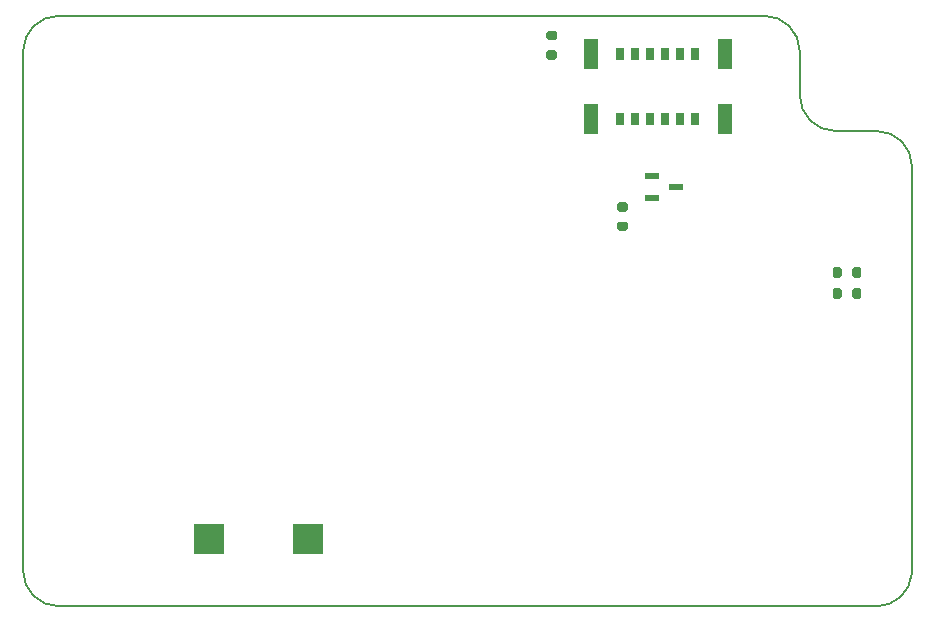
<source format=gbr>
G04 #@! TF.GenerationSoftware,KiCad,Pcbnew,(5.1.9-0-10_14)*
G04 #@! TF.CreationDate,2021-05-06T16:16:17-07:00*
G04 #@! TF.ProjectId,Luminometer_RPi,4c756d69-6e6f-46d6-9574-65725f525069,rev?*
G04 #@! TF.SameCoordinates,Original*
G04 #@! TF.FileFunction,Paste,Bot*
G04 #@! TF.FilePolarity,Positive*
%FSLAX46Y46*%
G04 Gerber Fmt 4.6, Leading zero omitted, Abs format (unit mm)*
G04 Created by KiCad (PCBNEW (5.1.9-0-10_14)) date 2021-05-06 16:16:17*
%MOMM*%
%LPD*%
G01*
G04 APERTURE LIST*
G04 #@! TA.AperFunction,Profile*
%ADD10C,0.150000*%
G04 #@! TD*
%ADD11R,1.200000X2.500000*%
%ADD12R,0.800000X1.100000*%
%ADD13R,1.300000X0.600000*%
%ADD14R,2.650000X2.500000*%
G04 APERTURE END LIST*
D10*
X178000000Y-71250000D02*
G75*
G02*
X181000000Y-74250000I0J-3000000D01*
G01*
X181000000Y-74250000D02*
X180989637Y-108750000D01*
X174500000Y-71250000D02*
X178000000Y-71250000D01*
X174500000Y-71250000D02*
G75*
G02*
X171500000Y-68250000I0J3000000D01*
G01*
X171500000Y-64500000D02*
X171500000Y-68250000D01*
X168500000Y-61500000D02*
G75*
G02*
X171500000Y-64500000I0J-3000000D01*
G01*
X108750000Y-111500000D02*
G75*
G02*
X105750000Y-108500000I0J3000000D01*
G01*
X180989637Y-108749136D02*
G75*
G02*
X178000000Y-111500000I-2989637J249136D01*
G01*
X105750000Y-64500000D02*
G75*
G02*
X108750000Y-61500000I3000000J0D01*
G01*
X105750000Y-108500000D02*
X105750000Y-64500000D01*
X178000000Y-111500000D02*
X108750000Y-111500000D01*
X108750000Y-61500000D02*
X168500000Y-61500000D01*
D11*
X153800000Y-64750000D03*
X165200000Y-64750000D03*
X165200000Y-70250000D03*
X153800000Y-70250000D03*
D12*
X156325000Y-64750000D03*
X157595000Y-64750000D03*
X158865000Y-64750000D03*
X162675000Y-70250000D03*
X161405000Y-70250000D03*
X156325000Y-70250000D03*
X160135000Y-64750000D03*
X161405000Y-64750000D03*
X162675000Y-64750000D03*
X157595000Y-70250000D03*
X158865000Y-70250000D03*
X160135000Y-70250000D03*
G36*
G01*
X150775000Y-63575000D02*
X150225000Y-63575000D01*
G75*
G02*
X150025000Y-63375000I0J200000D01*
G01*
X150025000Y-62975000D01*
G75*
G02*
X150225000Y-62775000I200000J0D01*
G01*
X150775000Y-62775000D01*
G75*
G02*
X150975000Y-62975000I0J-200000D01*
G01*
X150975000Y-63375000D01*
G75*
G02*
X150775000Y-63575000I-200000J0D01*
G01*
G37*
G36*
G01*
X150775000Y-65225000D02*
X150225000Y-65225000D01*
G75*
G02*
X150025000Y-65025000I0J200000D01*
G01*
X150025000Y-64625000D01*
G75*
G02*
X150225000Y-64425000I200000J0D01*
G01*
X150775000Y-64425000D01*
G75*
G02*
X150975000Y-64625000I0J-200000D01*
G01*
X150975000Y-65025000D01*
G75*
G02*
X150775000Y-65225000I-200000J0D01*
G01*
G37*
G36*
G01*
X175075000Y-84725000D02*
X175075000Y-85275000D01*
G75*
G02*
X174875000Y-85475000I-200000J0D01*
G01*
X174475000Y-85475000D01*
G75*
G02*
X174275000Y-85275000I0J200000D01*
G01*
X174275000Y-84725000D01*
G75*
G02*
X174475000Y-84525000I200000J0D01*
G01*
X174875000Y-84525000D01*
G75*
G02*
X175075000Y-84725000I0J-200000D01*
G01*
G37*
G36*
G01*
X176725000Y-84725000D02*
X176725000Y-85275000D01*
G75*
G02*
X176525000Y-85475000I-200000J0D01*
G01*
X176125000Y-85475000D01*
G75*
G02*
X175925000Y-85275000I0J200000D01*
G01*
X175925000Y-84725000D01*
G75*
G02*
X176125000Y-84525000I200000J0D01*
G01*
X176525000Y-84525000D01*
G75*
G02*
X176725000Y-84725000I0J-200000D01*
G01*
G37*
G36*
G01*
X175925000Y-83525000D02*
X175925000Y-82975000D01*
G75*
G02*
X176125000Y-82775000I200000J0D01*
G01*
X176525000Y-82775000D01*
G75*
G02*
X176725000Y-82975000I0J-200000D01*
G01*
X176725000Y-83525000D01*
G75*
G02*
X176525000Y-83725000I-200000J0D01*
G01*
X176125000Y-83725000D01*
G75*
G02*
X175925000Y-83525000I0J200000D01*
G01*
G37*
G36*
G01*
X174275000Y-83525000D02*
X174275000Y-82975000D01*
G75*
G02*
X174475000Y-82775000I200000J0D01*
G01*
X174875000Y-82775000D01*
G75*
G02*
X175075000Y-82975000I0J-200000D01*
G01*
X175075000Y-83525000D01*
G75*
G02*
X174875000Y-83725000I-200000J0D01*
G01*
X174475000Y-83725000D01*
G75*
G02*
X174275000Y-83525000I0J200000D01*
G01*
G37*
D13*
X158950000Y-76950000D03*
X158950000Y-75050000D03*
X161050000Y-76000000D03*
D14*
X129825000Y-105800000D03*
X121475000Y-105800000D03*
G36*
G01*
X156225000Y-78925000D02*
X156775000Y-78925000D01*
G75*
G02*
X156975000Y-79125000I0J-200000D01*
G01*
X156975000Y-79525000D01*
G75*
G02*
X156775000Y-79725000I-200000J0D01*
G01*
X156225000Y-79725000D01*
G75*
G02*
X156025000Y-79525000I0J200000D01*
G01*
X156025000Y-79125000D01*
G75*
G02*
X156225000Y-78925000I200000J0D01*
G01*
G37*
G36*
G01*
X156225000Y-77275000D02*
X156775000Y-77275000D01*
G75*
G02*
X156975000Y-77475000I0J-200000D01*
G01*
X156975000Y-77875000D01*
G75*
G02*
X156775000Y-78075000I-200000J0D01*
G01*
X156225000Y-78075000D01*
G75*
G02*
X156025000Y-77875000I0J200000D01*
G01*
X156025000Y-77475000D01*
G75*
G02*
X156225000Y-77275000I200000J0D01*
G01*
G37*
M02*

</source>
